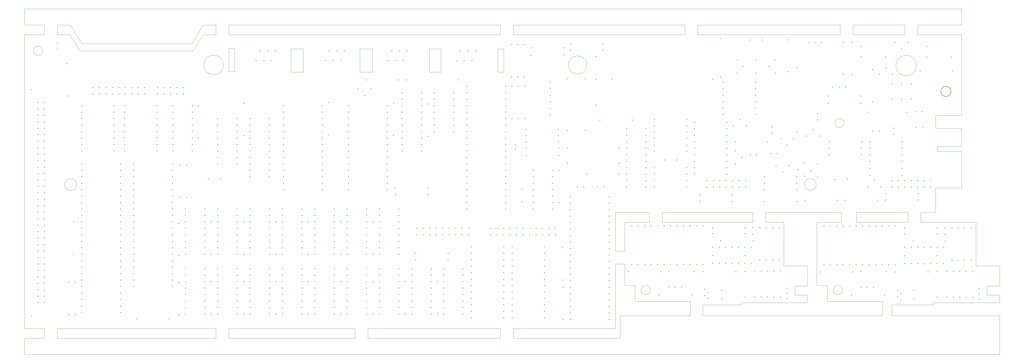
<source format=gko>
%TF.GenerationSoftware,KiCad,Pcbnew,8.0.6+1*%
%TF.CreationDate,2025-01-05T22:59:46+01:00*%
%TF.ProjectId,Issue_6,49737375-655f-4362-9e6b-696361645f70,0*%
%TF.SameCoordinates,Original*%
%TF.FileFunction,Profile,NP*%
%FSLAX46Y46*%
G04 Gerber Fmt 4.6, Leading zero omitted, Abs format (unit mm)*
G04 Created by KiCad (PCBNEW 8.0.6+1) date 2025-01-05 22:59:46*
%MOMM*%
%LPD*%
G01*
G04 APERTURE LIST*
%TA.AperFunction,Profile*%
%ADD10C,0.050000*%
%TD*%
%TA.AperFunction,Profile*%
%ADD11C,0.200000*%
%TD*%
%ADD12C,0.350000*%
G04 APERTURE END LIST*
D10*
X334391000Y-165227000D02*
X344043000Y-165227000D01*
X263017000Y-190119000D02*
X258953000Y-190119000D01*
X263017000Y-190119000D02*
X263017000Y-196342000D01*
X360172000Y-201930000D02*
X360172000Y-196342000D01*
X255270000Y-161290000D02*
X255270000Y-176530000D01*
X289560000Y-197739000D02*
X289560000Y-201930000D01*
X158115000Y-207010000D02*
X210185000Y-207010000D01*
X210185000Y-210820000D01*
X158115000Y-210820000D01*
X158115000Y-207010000D01*
X304800000Y-196850000D02*
X330708000Y-196850000D01*
X321437000Y-165227000D02*
X314325000Y-165227000D01*
X314325000Y-161290000D02*
X344043000Y-161290000D01*
X344442051Y-191897000D02*
G75*
G02*
X340849949Y-191897000I-1796051J0D01*
G01*
X340849949Y-191897000D02*
G75*
G02*
X344442051Y-191897000I1796051J0D01*
G01*
X373459093Y-103632000D02*
G75*
G02*
X365426907Y-103632000I-4016093J0D01*
G01*
X365426907Y-103632000D02*
G75*
G02*
X373459093Y-103632000I4016093J0D01*
G01*
X334137000Y-150368000D02*
G75*
G02*
X329565000Y-150368000I-2286000J0D01*
G01*
X329565000Y-150368000D02*
G75*
G02*
X334137000Y-150368000I2286000J0D01*
G01*
X127825500Y-97028000D02*
X132651500Y-97028000D01*
X132651500Y-106172000D01*
X127825500Y-106172000D01*
X127825500Y-97028000D01*
X255270000Y-207010000D02*
X255270000Y-181610000D01*
X258953000Y-165227000D02*
X268605000Y-165227000D01*
X325755000Y-193802000D02*
X325755000Y-190246000D01*
X257175000Y-201930000D02*
X284734000Y-201930000D01*
X338455000Y-190119000D02*
X334391000Y-190119000D01*
X268605000Y-165227000D02*
X268605000Y-161290000D01*
X314325000Y-165227000D02*
X314325000Y-161290000D01*
X154940000Y-97028000D02*
X159893000Y-97028000D01*
X159893000Y-106172000D01*
X154940000Y-106172000D01*
X154940000Y-97028000D01*
X243967000Y-103378000D02*
G75*
G02*
X236855000Y-103378000I-3556000J0D01*
G01*
X236855000Y-103378000D02*
G75*
G02*
X243967000Y-103378000I3556000J0D01*
G01*
X273685000Y-161290000D02*
X309245000Y-161290000D01*
X309245000Y-165227000D01*
X273685000Y-165227000D01*
X273685000Y-161290000D01*
X215265000Y-210820000D02*
X215265000Y-207010000D01*
X330708000Y-190246000D02*
X330708000Y-182372000D01*
X284734000Y-196342000D02*
X263017000Y-196342000D01*
X391160000Y-87630000D02*
X374015000Y-87630000D01*
X374015000Y-91440000D01*
X391160000Y-91440000D01*
X391160000Y-123190000D01*
X381000000Y-123190000D01*
X381000000Y-128270000D01*
X391160000Y-128270000D01*
X391160000Y-135509000D01*
X381635000Y-135509000D01*
X381635000Y-137287000D01*
X391160000Y-137287000D01*
X391160000Y-151765000D01*
X381000000Y-151765000D01*
X381000000Y-161290000D01*
X375158000Y-161290000D01*
X375158000Y-165227000D01*
X396875000Y-165227000D01*
X396875000Y-182372000D01*
X406146000Y-182372000D01*
X406146000Y-190246000D01*
X401193000Y-190246000D01*
X401193000Y-193802000D01*
X406146000Y-193802000D01*
X406146000Y-196850000D01*
X380238000Y-196850000D01*
X380238000Y-197739000D01*
X363855000Y-197739000D01*
X363855000Y-201930000D01*
X406146000Y-201930000D01*
X406146000Y-217170000D01*
X23241000Y-217170000D01*
X23241000Y-210820000D01*
X31115000Y-210820000D01*
X31115000Y-207010000D01*
X23241000Y-207010000D01*
X23241000Y-91440000D01*
X31115000Y-91440000D01*
X31115000Y-87630000D01*
X23241000Y-87630000D01*
X23241000Y-81280000D01*
X391160000Y-81280000D01*
X391160000Y-87630000D01*
X334391000Y-176530000D02*
X334391000Y-181610000D01*
X269004051Y-191897000D02*
G75*
G02*
X265411949Y-191897000I-1796051J0D01*
G01*
X265411949Y-191897000D02*
G75*
G02*
X269004051Y-191897000I1796051J0D01*
G01*
X258953000Y-181610000D02*
X255270000Y-181610000D01*
X344043000Y-165227000D02*
X344043000Y-161290000D01*
X284734000Y-196342000D02*
X284734000Y-201930000D01*
X360172000Y-196342000D02*
X338455000Y-196342000D01*
X289560000Y-201930000D02*
X360172000Y-201930000D01*
X215265000Y-87630000D02*
X282575000Y-87630000D01*
X282575000Y-91440000D01*
X215265000Y-91440000D01*
X215265000Y-87630000D01*
X348615000Y-87630000D02*
X368935000Y-87630000D01*
X368935000Y-91440000D01*
X348615000Y-91440000D01*
X348615000Y-87630000D01*
X330708000Y-182372000D02*
X321437000Y-182372000D01*
X103505000Y-96901000D02*
X105791000Y-96901000D01*
X105791000Y-106045000D01*
X103505000Y-106045000D01*
X103505000Y-96901000D01*
X338455000Y-190119000D02*
X338455000Y-196342000D01*
X209169000Y-97028000D02*
X211455000Y-97028000D01*
X211455000Y-106172000D01*
X209169000Y-106172000D01*
X209169000Y-97028000D01*
X289560000Y-197739000D02*
X304800000Y-197739000D01*
X304800000Y-197739000D02*
X304800000Y-196850000D01*
X268605000Y-161290000D02*
X255270000Y-161290000D01*
X349885000Y-161290000D02*
X370205000Y-161290000D01*
X370205000Y-165227000D01*
X349885000Y-165227000D01*
X349885000Y-161290000D01*
X287655000Y-87630000D02*
X343535000Y-87630000D01*
X343535000Y-91440000D01*
X287655000Y-91440000D01*
X287655000Y-87630000D01*
X36195000Y-207010000D02*
X98425000Y-207010000D01*
X98425000Y-210820000D01*
X36195000Y-210820000D01*
X36195000Y-207010000D01*
X334391000Y-176530000D02*
X334391000Y-165227000D01*
X258953000Y-181610000D02*
X258953000Y-190119000D01*
X255270000Y-176530000D02*
X258953000Y-176530000D01*
X257175000Y-201930000D02*
X257175000Y-210820000D01*
X182245000Y-97028000D02*
X186817000Y-97028000D01*
X186817000Y-106172000D01*
X182245000Y-106172000D01*
X182245000Y-97028000D01*
X101346000Y-103378000D02*
G75*
G02*
X93726000Y-103378000I-3810000J0D01*
G01*
X93726000Y-103378000D02*
G75*
G02*
X101346000Y-103378000I3810000J0D01*
G01*
X215265000Y-207010000D02*
X255270000Y-207010000D01*
X321437000Y-182372000D02*
X321437000Y-165227000D01*
X257175000Y-210820000D02*
X215265000Y-210820000D01*
X330708000Y-196850000D02*
X330708000Y-193802000D01*
X45847000Y-94996000D02*
X89027000Y-94996000D01*
X93345000Y-87630000D01*
X98425000Y-87630000D01*
X98425000Y-91440000D01*
X93345000Y-91440000D01*
X89535000Y-97790000D01*
X45085000Y-97790000D01*
X41021000Y-91440000D01*
X36195000Y-91440000D01*
X36195000Y-87630000D01*
X41275000Y-87630000D01*
X45847000Y-94996000D01*
X43736867Y-150495000D02*
G75*
G02*
X39067133Y-150495000I-2334867J0D01*
G01*
X39067133Y-150495000D02*
G75*
G02*
X43736867Y-150495000I2334867J0D01*
G01*
X345059000Y-126238000D02*
G75*
G02*
X341503000Y-126238000I-1778000J0D01*
G01*
X341503000Y-126238000D02*
G75*
G02*
X345059000Y-126238000I1778000J0D01*
G01*
X103505000Y-87630000D02*
X210185000Y-87630000D01*
X210185000Y-91440000D01*
X103505000Y-91440000D01*
X103505000Y-87630000D01*
X325755000Y-190246000D02*
X330708000Y-190246000D01*
X30371051Y-97790000D02*
G75*
G02*
X26778949Y-97790000I-1796051J0D01*
G01*
X26778949Y-97790000D02*
G75*
G02*
X30371051Y-97790000I1796051J0D01*
G01*
X258953000Y-176530000D02*
X258953000Y-165227000D01*
X103505000Y-207010000D02*
X153035000Y-207010000D01*
X153035000Y-210820000D01*
X103505000Y-210820000D01*
X103505000Y-207010000D01*
X334391000Y-181610000D02*
X334391000Y-190119000D01*
X330708000Y-193802000D02*
X325755000Y-193802000D01*
D11*
%TO.C,S3*%
X387064000Y-113792000D02*
G75*
G02*
X383064000Y-113792000I-2000000J0D01*
G01*
X383064000Y-113792000D02*
G75*
G02*
X387064000Y-113792000I2000000J0D01*
G01*
%TD*%
D12*
X276225000Y-190683000D03*
X278765000Y-190683000D03*
X281305000Y-190683000D03*
X58420000Y-137160000D03*
X45720000Y-137160000D03*
X358902000Y-129286000D03*
X356402000Y-129286000D03*
X297585000Y-115310000D03*
X310285000Y-115310000D03*
X211455000Y-185039000D03*
X198755000Y-185039000D03*
X377571000Y-96092000D03*
X377571000Y-100283000D03*
X387223000Y-100283000D03*
X283337000Y-137414000D03*
X270637000Y-137414000D03*
X347980000Y-193929000D03*
X360934000Y-193929000D03*
X227457000Y-182499000D03*
X214757000Y-182499000D03*
X368935000Y-175006000D03*
X371475000Y-175006000D03*
X374015000Y-175006000D03*
X376555000Y-175006000D03*
X379095000Y-175006000D03*
X381635000Y-175006000D03*
X384175000Y-175006000D03*
X244094000Y-146304000D03*
X256794000Y-146304000D03*
X233045000Y-138938000D03*
X220345000Y-138938000D03*
X227457000Y-195199000D03*
X214757000Y-195199000D03*
X398145000Y-191453000D03*
X398145000Y-193453000D03*
X398145000Y-195453000D03*
X227457000Y-185039000D03*
X214757000Y-185039000D03*
X137287000Y-160020000D03*
X137287000Y-162560000D03*
X137287000Y-165100000D03*
X137287000Y-167640000D03*
X137287000Y-170180000D03*
X137287000Y-172720000D03*
X137287000Y-175260000D03*
X137287000Y-177800000D03*
X144907000Y-177800000D03*
X144907000Y-175260000D03*
X144907000Y-172720000D03*
X144907000Y-170180000D03*
X144907000Y-167640000D03*
X144907000Y-165100000D03*
X144907000Y-162560000D03*
X144907000Y-160020000D03*
X235077000Y-96647000D03*
X222377000Y-96647000D03*
X373166000Y-121793000D03*
X375666000Y-121793000D03*
X75311000Y-134620000D03*
X62611000Y-134620000D03*
X306197000Y-167386000D03*
X293497000Y-167386000D03*
X147447000Y-201295000D03*
X147447000Y-188595000D03*
X290449000Y-191516000D03*
X290449000Y-191516000D03*
X291719000Y-192786000D03*
X291719000Y-192786000D03*
X290449000Y-194056000D03*
X290449000Y-194056000D03*
X291719000Y-195199000D03*
X291719000Y-195199000D03*
X355219000Y-141224000D03*
X367919000Y-141224000D03*
X286385000Y-143764000D03*
X299085000Y-143764000D03*
X234950000Y-99568000D03*
X222250000Y-99568000D03*
X319659000Y-180086000D03*
X319659000Y-167386000D03*
X329565000Y-147066000D03*
X327025000Y-144526000D03*
X329565000Y-141986000D03*
X297585000Y-120390000D03*
X310285000Y-120390000D03*
X220218000Y-128651000D03*
X232918000Y-128651000D03*
X227457000Y-197739000D03*
X214757000Y-197739000D03*
X175387000Y-183515000D03*
X175387000Y-186055000D03*
X175387000Y-188595000D03*
X175387000Y-191135000D03*
X175387000Y-193675000D03*
X175387000Y-196215000D03*
X175387000Y-198755000D03*
X175387000Y-201295000D03*
X183007000Y-201295000D03*
X183007000Y-198755000D03*
X183007000Y-196215000D03*
X183007000Y-193675000D03*
X183007000Y-191135000D03*
X183007000Y-188595000D03*
X183007000Y-186055000D03*
X183007000Y-183515000D03*
X217170000Y-124460000D03*
X217170000Y-111760000D03*
X326517000Y-152400000D03*
X313817000Y-152400000D03*
X313817000Y-149860000D03*
X326517000Y-149860000D03*
X315087000Y-133705600D03*
X302387000Y-133705600D03*
X137287000Y-183515000D03*
X137287000Y-186055000D03*
X137287000Y-188595000D03*
X137287000Y-191135000D03*
X137287000Y-193675000D03*
X137287000Y-196215000D03*
X137287000Y-198755000D03*
X137287000Y-201295000D03*
X144907000Y-201295000D03*
X144907000Y-198755000D03*
X144907000Y-196215000D03*
X144907000Y-193675000D03*
X144907000Y-191135000D03*
X144907000Y-188595000D03*
X144907000Y-186055000D03*
X144907000Y-183515000D03*
X96647000Y-201295000D03*
X96647000Y-188595000D03*
X395097000Y-180213000D03*
X395097000Y-167513000D03*
X288417000Y-156972000D03*
X301117000Y-156972000D03*
X326567800Y-104444800D03*
X326567800Y-129844800D03*
X172847000Y-201295000D03*
X172847000Y-188595000D03*
X192913000Y-101600000D03*
X194437000Y-97790000D03*
X195961000Y-101600000D03*
X197485000Y-97790000D03*
X199009000Y-101600000D03*
X200533000Y-97790000D03*
X309245000Y-167335200D03*
X309245000Y-169875200D03*
X40005000Y-115570000D03*
X40005000Y-102870000D03*
X306197000Y-184650000D03*
X306197000Y-194810000D03*
X370205000Y-94488000D03*
X367665000Y-97028000D03*
X365125000Y-94488000D03*
X181610000Y-118745000D03*
X181610000Y-131445000D03*
X219583000Y-95377000D03*
X219583000Y-108077000D03*
X291211000Y-148844000D03*
X293751000Y-148844000D03*
X296291000Y-148844000D03*
X298831000Y-148844000D03*
X301371000Y-148844000D03*
X303911000Y-148844000D03*
X306451000Y-148844000D03*
X291211000Y-151384000D03*
X293751000Y-151384000D03*
X296291000Y-151384000D03*
X298831000Y-151384000D03*
X301371000Y-151384000D03*
X303911000Y-151384000D03*
X306451000Y-151384000D03*
X211455000Y-182499000D03*
X198755000Y-182499000D03*
X308269000Y-138684000D03*
X310769000Y-138684000D03*
X85725000Y-114845000D03*
X85725000Y-112305000D03*
X83185000Y-114845000D03*
X83185000Y-112305000D03*
X80645000Y-114845000D03*
X80645000Y-112305000D03*
X78105000Y-114845000D03*
X78105000Y-112305000D03*
X75565000Y-114845000D03*
X75565000Y-112305000D03*
X70485000Y-114845000D03*
X70485000Y-112305000D03*
X67945000Y-114845000D03*
X67945000Y-112305000D03*
X65405000Y-114845000D03*
X65405000Y-112305000D03*
X62865000Y-114845000D03*
X62865000Y-112305000D03*
X60325000Y-114845000D03*
X60325000Y-112305000D03*
X57785000Y-114845000D03*
X57785000Y-112305000D03*
X55245000Y-114845000D03*
X55245000Y-112305000D03*
X52705000Y-114845000D03*
X52705000Y-112305000D03*
X50165000Y-114845000D03*
X50165000Y-112305000D03*
X312039000Y-180086000D03*
X312039000Y-167386000D03*
X75184000Y-129540000D03*
X62484000Y-129540000D03*
X368935000Y-169799000D03*
X381635000Y-169799000D03*
X286385000Y-138684000D03*
X299085000Y-138684000D03*
X214757000Y-179959000D03*
X227457000Y-179959000D03*
X270637000Y-124714000D03*
X283337000Y-124714000D03*
X334645000Y-147574000D03*
X332105000Y-145034000D03*
X334645000Y-142494000D03*
X45720000Y-142240000D03*
X45720000Y-144780000D03*
X45720000Y-147320000D03*
X45720000Y-149860000D03*
X45720000Y-152400000D03*
X45720000Y-154940000D03*
X45720000Y-157480000D03*
X45720000Y-160020000D03*
X45720000Y-162560000D03*
X45720000Y-165100000D03*
X45720000Y-167640000D03*
X45720000Y-170180000D03*
X45720000Y-172720000D03*
X45720000Y-175260000D03*
X45720000Y-177800000D03*
X45720000Y-180340000D03*
X45720000Y-182880000D03*
X45720000Y-185420000D03*
X45720000Y-187960000D03*
X45720000Y-190500000D03*
X45720000Y-193040000D03*
X45720000Y-195580000D03*
X45720000Y-198120000D03*
X45720000Y-200660000D03*
X60960000Y-200660000D03*
X60960000Y-198120000D03*
X60960000Y-195580000D03*
X60960000Y-193040000D03*
X60960000Y-190500000D03*
X60960000Y-187960000D03*
X60960000Y-185420000D03*
X60960000Y-182880000D03*
X60960000Y-180340000D03*
X60960000Y-177800000D03*
X60960000Y-175260000D03*
X60960000Y-172720000D03*
X60960000Y-170180000D03*
X60960000Y-167640000D03*
X60960000Y-165100000D03*
X60960000Y-162560000D03*
X60960000Y-160020000D03*
X60960000Y-157480000D03*
X60960000Y-154940000D03*
X60960000Y-152400000D03*
X60960000Y-149860000D03*
X60960000Y-147320000D03*
X60960000Y-144780000D03*
X60960000Y-142240000D03*
X361442000Y-153924000D03*
X374142000Y-153924000D03*
X259715000Y-128524000D03*
X259715000Y-131064000D03*
X259715000Y-133604000D03*
X259715000Y-136144000D03*
X259715000Y-138684000D03*
X259715000Y-141224000D03*
X259715000Y-143764000D03*
X259715000Y-146304000D03*
X259715000Y-148844000D03*
X259715000Y-151384000D03*
X267335000Y-151384000D03*
X267335000Y-148844000D03*
X267335000Y-146304000D03*
X267335000Y-143764000D03*
X267335000Y-141224000D03*
X267335000Y-138684000D03*
X267335000Y-136144000D03*
X267335000Y-133604000D03*
X267335000Y-131064000D03*
X267335000Y-128524000D03*
X185420000Y-201295000D03*
X185420000Y-188595000D03*
X141351000Y-101600000D03*
X142875000Y-97790000D03*
X144399000Y-101600000D03*
X145923000Y-97790000D03*
X147447000Y-101600000D03*
X148971000Y-97790000D03*
X302641000Y-184658000D03*
X289687000Y-184658000D03*
X270637000Y-143764000D03*
X283337000Y-143764000D03*
X364490000Y-128207888D03*
X364490000Y-130707888D03*
X227457000Y-202819000D03*
X214757000Y-202819000D03*
X306197000Y-178308000D03*
X293497000Y-178308000D03*
X345567000Y-156591000D03*
X358267000Y-156591000D03*
X237744000Y-94996000D03*
X250444000Y-94996000D03*
X227457000Y-190119000D03*
X214757000Y-190119000D03*
X297585000Y-117850000D03*
X310285000Y-117850000D03*
X142621000Y-118110000D03*
X142621000Y-130810000D03*
X216027000Y-136398000D03*
X216027000Y-134698000D03*
X369697000Y-121920000D03*
X354697000Y-121920000D03*
X355219000Y-144018000D03*
X367919000Y-144018000D03*
X75184000Y-131953000D03*
X62484000Y-131953000D03*
X270637000Y-129674000D03*
X283337000Y-129674000D03*
X261874000Y-125095000D03*
X249174000Y-125095000D03*
X315087000Y-184404000D03*
X315087000Y-194564000D03*
X368935000Y-181483000D03*
X371475000Y-181483000D03*
X374015000Y-181483000D03*
X376555000Y-181483000D03*
X379095000Y-181483000D03*
X381635000Y-181483000D03*
X384175000Y-181483000D03*
X387731000Y-105664000D03*
X375031000Y-105664000D03*
X323215000Y-106045000D03*
X323215000Y-93472000D03*
X220218000Y-131191000D03*
X232918000Y-131191000D03*
X160147000Y-177800000D03*
X160147000Y-165100000D03*
X217043000Y-108077000D03*
X217043000Y-95377000D03*
X184150000Y-114300000D03*
X184150000Y-116840000D03*
X184150000Y-119380000D03*
X184150000Y-121920000D03*
X184150000Y-124460000D03*
X184150000Y-127000000D03*
X184150000Y-129540000D03*
X191770000Y-129540000D03*
X191770000Y-127000000D03*
X191770000Y-124460000D03*
X191770000Y-121920000D03*
X191770000Y-119380000D03*
X191770000Y-116840000D03*
X191770000Y-114300000D03*
X339217000Y-136144000D03*
X351917000Y-136144000D03*
X124968000Y-119380000D03*
X124968000Y-121920000D03*
X124968000Y-124460000D03*
X124968000Y-127000000D03*
X124968000Y-129540000D03*
X124968000Y-132080000D03*
X124968000Y-134620000D03*
X124968000Y-137160000D03*
X124968000Y-139700000D03*
X124968000Y-142240000D03*
X124968000Y-144780000D03*
X124968000Y-147320000D03*
X124968000Y-149860000D03*
X124968000Y-152400000D03*
X140208000Y-152400000D03*
X140208000Y-149860000D03*
X140208000Y-147320000D03*
X140208000Y-144780000D03*
X140208000Y-142240000D03*
X140208000Y-139700000D03*
X140208000Y-137160000D03*
X140208000Y-134620000D03*
X140208000Y-132080000D03*
X140208000Y-129540000D03*
X140208000Y-127000000D03*
X140208000Y-124460000D03*
X140208000Y-121920000D03*
X140208000Y-119380000D03*
X99187000Y-183515000D03*
X99187000Y-186055000D03*
X99187000Y-188595000D03*
X99187000Y-191135000D03*
X99187000Y-193675000D03*
X99187000Y-196215000D03*
X99187000Y-198755000D03*
X99187000Y-201295000D03*
X106807000Y-201295000D03*
X106807000Y-198755000D03*
X106807000Y-196215000D03*
X106807000Y-193675000D03*
X106807000Y-191135000D03*
X106807000Y-188595000D03*
X106807000Y-186055000D03*
X106807000Y-183515000D03*
X270637000Y-132214000D03*
X283337000Y-132214000D03*
X385445000Y-194691000D03*
X385445000Y-184531000D03*
X338963000Y-115570000D03*
X351663000Y-115570000D03*
X326517000Y-147320000D03*
X313817000Y-147320000D03*
X198755000Y-190119000D03*
X211455000Y-190119000D03*
X75311000Y-127000000D03*
X62611000Y-127000000D03*
X111887000Y-160020000D03*
X111887000Y-162560000D03*
X111887000Y-165100000D03*
X111887000Y-167640000D03*
X111887000Y-170180000D03*
X111887000Y-172720000D03*
X111887000Y-175260000D03*
X111887000Y-177800000D03*
X119507000Y-177800000D03*
X119507000Y-175260000D03*
X119507000Y-172720000D03*
X119507000Y-170180000D03*
X119507000Y-167640000D03*
X119507000Y-165100000D03*
X119507000Y-162560000D03*
X119507000Y-160020000D03*
X286385000Y-131064000D03*
X299085000Y-131064000D03*
X345821000Y-112014000D03*
X343281000Y-112014000D03*
X340741000Y-112014000D03*
X320167000Y-194564000D03*
X320167000Y-184404000D03*
X293497000Y-175006000D03*
X296037000Y-175006000D03*
X298577000Y-175006000D03*
X301117000Y-175006000D03*
X303657000Y-175006000D03*
X306197000Y-175006000D03*
X308737000Y-175006000D03*
X114173000Y-101600000D03*
X115697000Y-97790000D03*
X117221000Y-101600000D03*
X118745000Y-97790000D03*
X120269000Y-101600000D03*
X121793000Y-97790000D03*
X310261000Y-112770000D03*
X297561000Y-112770000D03*
X283337000Y-151384000D03*
X270637000Y-151384000D03*
X351703000Y-96092000D03*
X351703000Y-100283000D03*
X361355000Y-100283000D03*
X234442000Y-175260000D03*
X234442000Y-187960000D03*
X395605000Y-194691000D03*
X395605000Y-184531000D03*
X314579000Y-180086000D03*
X314579000Y-167386000D03*
X297053000Y-192024000D03*
X297053000Y-195326000D03*
X36195000Y-97155000D03*
X36195000Y-94615000D03*
X211455000Y-177419000D03*
X198755000Y-177419000D03*
X198755000Y-195199000D03*
X211455000Y-195199000D03*
X58420000Y-132080000D03*
X45720000Y-132080000D03*
X176911000Y-177419000D03*
X189611000Y-177419000D03*
X299085000Y-136144000D03*
X286385000Y-136144000D03*
X240411000Y-151384000D03*
X242951000Y-151384000D03*
X223012000Y-144780000D03*
X223012000Y-147320000D03*
X223012000Y-149860000D03*
X223012000Y-152400000D03*
X223012000Y-154940000D03*
X223012000Y-157480000D03*
X223012000Y-160020000D03*
X230632000Y-160020000D03*
X230632000Y-157480000D03*
X230632000Y-154940000D03*
X230632000Y-152400000D03*
X230632000Y-149860000D03*
X230632000Y-147320000D03*
X230632000Y-144780000D03*
X381635000Y-167513000D03*
X368935000Y-167513000D03*
X81534000Y-119380000D03*
X81534000Y-121920000D03*
X81534000Y-124460000D03*
X81534000Y-127000000D03*
X81534000Y-129540000D03*
X81534000Y-132080000D03*
X81534000Y-134620000D03*
X81534000Y-137160000D03*
X89154000Y-137160000D03*
X89154000Y-134620000D03*
X89154000Y-132080000D03*
X89154000Y-129540000D03*
X89154000Y-127000000D03*
X89154000Y-124460000D03*
X89154000Y-121920000D03*
X89154000Y-119380000D03*
X337185000Y-181991000D03*
X339725000Y-181991000D03*
X342265000Y-181991000D03*
X344805000Y-181991000D03*
X347345000Y-181991000D03*
X349885000Y-181991000D03*
X352425000Y-181991000D03*
X354965000Y-181991000D03*
X357505000Y-181991000D03*
X360045000Y-181991000D03*
X362585000Y-181991000D03*
X365125000Y-181991000D03*
X365125000Y-166751000D03*
X362585000Y-166751000D03*
X360045000Y-166751000D03*
X357505000Y-166751000D03*
X354965000Y-166751000D03*
X352425000Y-166751000D03*
X349885000Y-166751000D03*
X347345000Y-166751000D03*
X344805000Y-166751000D03*
X342265000Y-166751000D03*
X339725000Y-166751000D03*
X337185000Y-166751000D03*
X313055000Y-93585000D03*
X308055000Y-93585000D03*
X303102000Y-101459000D03*
X310595000Y-101459000D03*
X317961000Y-101459000D03*
X305388000Y-103999000D03*
X315548000Y-103999000D03*
X303055000Y-106666000D03*
X318055000Y-106666000D03*
X310555000Y-106666000D03*
X354457000Y-151384000D03*
X356997000Y-148844000D03*
X359537000Y-151384000D03*
X355219000Y-133604000D03*
X367919000Y-133604000D03*
X335915000Y-184785000D03*
X348615000Y-184785000D03*
X162687000Y-160020000D03*
X162687000Y-162560000D03*
X162687000Y-165100000D03*
X162687000Y-167640000D03*
X162687000Y-170180000D03*
X162687000Y-172720000D03*
X162687000Y-175260000D03*
X162687000Y-177800000D03*
X170307000Y-177800000D03*
X170307000Y-175260000D03*
X170307000Y-172720000D03*
X170307000Y-170180000D03*
X170307000Y-167640000D03*
X170307000Y-165100000D03*
X170307000Y-162560000D03*
X170307000Y-160020000D03*
X170180000Y-109220000D03*
X157480000Y-109220000D03*
X336169000Y-94570000D03*
X333629000Y-94570000D03*
X331089000Y-94570000D03*
X147447000Y-177800000D03*
X147447000Y-165100000D03*
X338963000Y-118364000D03*
X351663000Y-118364000D03*
X309372000Y-172466000D03*
X296672000Y-172466000D03*
X322707000Y-191262000D03*
X322707000Y-193262000D03*
X322707000Y-195262000D03*
X220218000Y-133731000D03*
X232918000Y-133731000D03*
X373420000Y-127889000D03*
X375920000Y-127889000D03*
X351663000Y-190810000D03*
X354203000Y-190810000D03*
X356743000Y-190810000D03*
X149987000Y-160020000D03*
X149987000Y-162560000D03*
X149987000Y-165100000D03*
X149987000Y-167640000D03*
X149987000Y-170180000D03*
X149987000Y-172720000D03*
X149987000Y-175260000D03*
X149987000Y-177800000D03*
X157607000Y-177800000D03*
X157607000Y-175260000D03*
X157607000Y-172720000D03*
X157607000Y-170180000D03*
X157607000Y-167640000D03*
X157607000Y-165100000D03*
X157607000Y-162560000D03*
X157607000Y-160020000D03*
X86487000Y-183515000D03*
X86487000Y-186055000D03*
X86487000Y-188595000D03*
X86487000Y-191135000D03*
X86487000Y-193675000D03*
X86487000Y-196215000D03*
X86487000Y-198755000D03*
X86487000Y-201295000D03*
X94107000Y-201295000D03*
X94107000Y-198755000D03*
X94107000Y-196215000D03*
X94107000Y-193675000D03*
X94107000Y-191135000D03*
X94107000Y-188595000D03*
X94107000Y-186055000D03*
X94107000Y-183515000D03*
X243459000Y-129159000D03*
X243459000Y-108839000D03*
X261747000Y-181864000D03*
X264287000Y-181864000D03*
X266827000Y-181864000D03*
X269367000Y-181864000D03*
X271907000Y-181864000D03*
X274447000Y-181864000D03*
X276987000Y-181864000D03*
X279527000Y-181864000D03*
X282067000Y-181864000D03*
X284607000Y-181864000D03*
X287147000Y-181864000D03*
X289687000Y-181864000D03*
X289687000Y-166624000D03*
X287147000Y-166624000D03*
X284607000Y-166624000D03*
X282067000Y-166624000D03*
X279527000Y-166624000D03*
X276987000Y-166624000D03*
X274447000Y-166624000D03*
X271907000Y-166624000D03*
X269367000Y-166624000D03*
X266827000Y-166624000D03*
X264287000Y-166624000D03*
X261747000Y-166624000D03*
X288417000Y-154432000D03*
X301117000Y-154432000D03*
X75311000Y-121920000D03*
X62611000Y-121920000D03*
X310007000Y-194564000D03*
X310007000Y-184404000D03*
X286385000Y-133604000D03*
X299085000Y-133604000D03*
X214503000Y-108077000D03*
X214503000Y-95377000D03*
X293497000Y-169672000D03*
X306197000Y-169672000D03*
X341503000Y-148336000D03*
X346503000Y-148336000D03*
X256717800Y-141986000D03*
X236397800Y-141986000D03*
X297585000Y-122930000D03*
X310285000Y-122930000D03*
X270637000Y-134874000D03*
X283337000Y-134874000D03*
X160147000Y-201295000D03*
X160147000Y-188595000D03*
X325247000Y-132334000D03*
X322707000Y-134874000D03*
X320167000Y-132334000D03*
X214757000Y-177419000D03*
X227457000Y-177419000D03*
X384683000Y-167487600D03*
X384683000Y-170027600D03*
X286385000Y-141224000D03*
X299085000Y-141224000D03*
X196977000Y-111760000D03*
X196977000Y-114300000D03*
X196977000Y-116840000D03*
X196977000Y-119380000D03*
X196977000Y-121920000D03*
X196977000Y-124460000D03*
X196977000Y-127000000D03*
X196977000Y-129540000D03*
X196977000Y-132080000D03*
X196977000Y-134620000D03*
X196977000Y-137160000D03*
X196977000Y-139700000D03*
X196977000Y-142240000D03*
X196977000Y-144780000D03*
X196977000Y-147320000D03*
X196977000Y-149860000D03*
X196977000Y-152400000D03*
X196977000Y-154940000D03*
X196977000Y-157480000D03*
X196977000Y-160020000D03*
X212217000Y-160020000D03*
X212217000Y-157480000D03*
X212217000Y-154940000D03*
X212217000Y-152400000D03*
X212217000Y-149860000D03*
X212217000Y-147320000D03*
X212217000Y-144780000D03*
X212217000Y-142240000D03*
X212217000Y-139700000D03*
X212217000Y-137160000D03*
X212217000Y-134620000D03*
X212217000Y-132080000D03*
X212217000Y-129540000D03*
X212217000Y-127000000D03*
X212217000Y-124460000D03*
X212217000Y-121920000D03*
X212217000Y-119380000D03*
X212217000Y-116840000D03*
X212217000Y-114300000D03*
X212217000Y-111760000D03*
X302387000Y-137160000D03*
X304927000Y-139700000D03*
X302387000Y-142240000D03*
X270637000Y-148844000D03*
X283337000Y-148844000D03*
X250698000Y-151257000D03*
X248158000Y-151257000D03*
X272479888Y-193802000D03*
X285433888Y-193802000D03*
X214757000Y-174879000D03*
X227457000Y-174879000D03*
X181610000Y-151765000D03*
X168910000Y-151765000D03*
X219710000Y-124460000D03*
X219710000Y-111760000D03*
X181610000Y-154305000D03*
X168910000Y-154305000D03*
X279527000Y-140716000D03*
X274647000Y-140716000D03*
X122047000Y-177800000D03*
X122047000Y-165100000D03*
X384810000Y-172593000D03*
X372110000Y-172593000D03*
X177292000Y-170120000D03*
X177292000Y-167580000D03*
X179832000Y-170120000D03*
X179832000Y-167580000D03*
X182372000Y-170120000D03*
X182372000Y-167580000D03*
X184912000Y-170120000D03*
X184912000Y-167580000D03*
X187452000Y-170120000D03*
X187452000Y-167580000D03*
X189992000Y-170120000D03*
X189992000Y-167580000D03*
X192532000Y-170120000D03*
X192532000Y-167580000D03*
X195072000Y-170120000D03*
X195072000Y-167580000D03*
X197612000Y-170120000D03*
X197612000Y-167580000D03*
X313817000Y-157099000D03*
X326517000Y-157099000D03*
X361696000Y-184531000D03*
X351696000Y-184531000D03*
X286225000Y-184404000D03*
X276225000Y-184404000D03*
X109347000Y-201295000D03*
X109347000Y-188595000D03*
X381635000Y-178435000D03*
X368935000Y-178435000D03*
X198755000Y-202819000D03*
X211455000Y-202819000D03*
X260477000Y-184658000D03*
X273177000Y-184658000D03*
X176911000Y-179959000D03*
X189611000Y-179959000D03*
X214630000Y-111760000D03*
X214630000Y-124460000D03*
X165989000Y-101600000D03*
X167513000Y-97790000D03*
X169037000Y-101600000D03*
X170561000Y-97790000D03*
X172085000Y-101600000D03*
X173609000Y-97790000D03*
X124587000Y-160020000D03*
X124587000Y-162560000D03*
X124587000Y-165100000D03*
X124587000Y-167640000D03*
X124587000Y-170180000D03*
X124587000Y-172720000D03*
X124587000Y-175260000D03*
X124587000Y-177800000D03*
X132207000Y-177800000D03*
X132207000Y-175260000D03*
X132207000Y-172720000D03*
X132207000Y-170180000D03*
X132207000Y-167640000D03*
X132207000Y-165100000D03*
X132207000Y-162560000D03*
X132207000Y-160020000D03*
X387985000Y-194691000D03*
X387985000Y-184531000D03*
X351917000Y-138684000D03*
X339217000Y-138684000D03*
X111887000Y-183515000D03*
X111887000Y-186055000D03*
X111887000Y-188595000D03*
X111887000Y-191135000D03*
X111887000Y-193675000D03*
X111887000Y-196215000D03*
X111887000Y-198755000D03*
X111887000Y-201295000D03*
X119507000Y-201295000D03*
X119507000Y-198755000D03*
X119507000Y-196215000D03*
X119507000Y-193675000D03*
X119507000Y-191135000D03*
X119507000Y-188595000D03*
X119507000Y-186055000D03*
X119507000Y-183515000D03*
X86487000Y-160020000D03*
X86487000Y-162560000D03*
X86487000Y-165100000D03*
X86487000Y-167640000D03*
X86487000Y-170180000D03*
X86487000Y-172720000D03*
X86487000Y-175260000D03*
X86487000Y-177800000D03*
X94107000Y-177800000D03*
X94107000Y-175260000D03*
X94107000Y-172720000D03*
X94107000Y-170180000D03*
X94107000Y-167640000D03*
X94107000Y-165100000D03*
X94107000Y-162560000D03*
X94107000Y-160020000D03*
X229743000Y-112522000D03*
X229743000Y-109982000D03*
X198755000Y-192659000D03*
X211455000Y-192659000D03*
X387477000Y-180213000D03*
X387477000Y-167513000D03*
X299085000Y-146354800D03*
X286385000Y-146354800D03*
X323469000Y-143002000D03*
X320929000Y-145542000D03*
X318389000Y-143002000D03*
X26035000Y-201940000D03*
X26035000Y-113040000D03*
X28575000Y-196850000D03*
X28575000Y-194310000D03*
X28575000Y-191770000D03*
X28575000Y-189230000D03*
X28575000Y-186690000D03*
X28575000Y-184150000D03*
X28575000Y-181610000D03*
X28575000Y-179070000D03*
X28575000Y-176530000D03*
X28575000Y-173990000D03*
X28575000Y-171450000D03*
X28575000Y-168910000D03*
X28575000Y-166370000D03*
X28575000Y-163830000D03*
X28575000Y-161290000D03*
X28575000Y-158750000D03*
X28575000Y-156210000D03*
X28575000Y-153670000D03*
X28575000Y-151130000D03*
X28575000Y-148590000D03*
X28575000Y-146050000D03*
X28575000Y-143510000D03*
X28575000Y-140970000D03*
X28575000Y-138430000D03*
X28575000Y-135890000D03*
X28575000Y-133350000D03*
X28575000Y-130810000D03*
X28575000Y-128270000D03*
X28575000Y-125730000D03*
X28575000Y-123190000D03*
X28575000Y-120650000D03*
X28575000Y-118110000D03*
X31115000Y-196850000D03*
X31115000Y-194310000D03*
X31115000Y-191770000D03*
X31115000Y-189230000D03*
X31115000Y-186690000D03*
X31115000Y-184150000D03*
X31115000Y-181610000D03*
X31115000Y-179070000D03*
X31115000Y-176530000D03*
X31115000Y-173990000D03*
X31115000Y-171450000D03*
X31115000Y-168910000D03*
X31115000Y-166370000D03*
X31115000Y-163830000D03*
X31115000Y-161290000D03*
X31115000Y-158750000D03*
X31115000Y-156210000D03*
X31115000Y-153670000D03*
X31115000Y-151130000D03*
X31115000Y-148590000D03*
X31115000Y-146050000D03*
X31115000Y-143510000D03*
X31115000Y-140970000D03*
X31115000Y-138430000D03*
X31115000Y-135890000D03*
X31115000Y-133350000D03*
X31115000Y-130810000D03*
X31115000Y-128270000D03*
X31115000Y-125730000D03*
X31115000Y-123190000D03*
X31115000Y-120650000D03*
X31115000Y-118110000D03*
X83820000Y-178435000D03*
X83820000Y-165735000D03*
X198755000Y-197739000D03*
X211455000Y-197739000D03*
X124587000Y-183515000D03*
X124587000Y-186055000D03*
X124587000Y-188595000D03*
X124587000Y-191135000D03*
X124587000Y-193675000D03*
X124587000Y-196215000D03*
X124587000Y-198755000D03*
X124587000Y-201295000D03*
X132207000Y-201295000D03*
X132207000Y-198755000D03*
X132207000Y-196215000D03*
X132207000Y-193675000D03*
X132207000Y-191135000D03*
X132207000Y-188595000D03*
X132207000Y-186055000D03*
X132207000Y-183515000D03*
X227457000Y-192659000D03*
X214757000Y-192659000D03*
X233045000Y-136144000D03*
X220345000Y-136144000D03*
X299085000Y-128524000D03*
X286385000Y-128524000D03*
X312547000Y-194564000D03*
X312547000Y-184404000D03*
X378079000Y-184785000D03*
X365125000Y-184785000D03*
X75311000Y-137160000D03*
X62611000Y-137160000D03*
X40640000Y-188849000D03*
X40640000Y-201549000D03*
X45720000Y-134620000D03*
X58420000Y-134620000D03*
X58420000Y-124460000D03*
X45720000Y-124460000D03*
X392303000Y-180213000D03*
X392303000Y-167513000D03*
X109347000Y-118491000D03*
X109347000Y-131191000D03*
X150495000Y-119380000D03*
X150495000Y-121920000D03*
X150495000Y-124460000D03*
X150495000Y-127000000D03*
X150495000Y-129540000D03*
X150495000Y-132080000D03*
X150495000Y-134620000D03*
X150495000Y-137160000D03*
X150495000Y-139700000D03*
X150495000Y-142240000D03*
X150495000Y-144780000D03*
X150495000Y-147320000D03*
X150495000Y-149860000D03*
X150495000Y-152400000D03*
X165735000Y-152400000D03*
X165735000Y-149860000D03*
X165735000Y-147320000D03*
X165735000Y-144780000D03*
X165735000Y-142240000D03*
X165735000Y-139700000D03*
X165735000Y-137160000D03*
X165735000Y-134620000D03*
X165735000Y-132080000D03*
X165735000Y-129540000D03*
X165735000Y-127000000D03*
X165735000Y-124460000D03*
X165735000Y-121920000D03*
X165735000Y-119380000D03*
X355219000Y-138684000D03*
X367919000Y-138684000D03*
X168275000Y-118364000D03*
X168275000Y-131064000D03*
X317119000Y-180086000D03*
X317119000Y-167386000D03*
X317627000Y-184404000D03*
X317627000Y-194564000D03*
X334645000Y-122428000D03*
X334645000Y-124968000D03*
X361315000Y-156464000D03*
X374015000Y-156464000D03*
X211455000Y-174879000D03*
X198755000Y-174879000D03*
X198755000Y-200279000D03*
X211455000Y-200279000D03*
X234696000Y-190754000D03*
X234696000Y-203454000D03*
X99187000Y-160020000D03*
X99187000Y-162560000D03*
X99187000Y-165100000D03*
X99187000Y-167640000D03*
X99187000Y-170180000D03*
X99187000Y-172720000D03*
X99187000Y-175260000D03*
X99187000Y-177800000D03*
X106807000Y-177800000D03*
X106807000Y-175260000D03*
X106807000Y-172720000D03*
X106807000Y-170180000D03*
X106807000Y-167640000D03*
X106807000Y-165100000D03*
X106807000Y-162560000D03*
X106807000Y-160020000D03*
X86995000Y-142748000D03*
X86995000Y-155448000D03*
X389890000Y-180213000D03*
X389890000Y-167513000D03*
X393065000Y-184531000D03*
X393065000Y-194691000D03*
X122047000Y-201295000D03*
X122047000Y-188595000D03*
X390525000Y-184531000D03*
X390525000Y-194691000D03*
X366141000Y-192024000D03*
X366141000Y-192024000D03*
X367411000Y-193294000D03*
X367411000Y-193294000D03*
X366141000Y-194564000D03*
X366141000Y-194564000D03*
X367411000Y-195707000D03*
X367411000Y-195707000D03*
X58420000Y-129540000D03*
X45720000Y-129540000D03*
X374142000Y-153924000D03*
X361442000Y-153924000D03*
X372491000Y-192024000D03*
X372491000Y-195326000D03*
X58420000Y-119380000D03*
X45720000Y-119380000D03*
X236397800Y-108813600D03*
X236397800Y-129133600D03*
X75311000Y-119380000D03*
X62611000Y-119380000D03*
X359029000Y-106934000D03*
X361569000Y-104394000D03*
X364109000Y-106934000D03*
X297585000Y-110230000D03*
X310285000Y-110230000D03*
X134747000Y-177800000D03*
X134747000Y-165100000D03*
X316397000Y-138176000D03*
X318897000Y-138176000D03*
X80010000Y-203200000D03*
X67310000Y-203200000D03*
X293497000Y-181356000D03*
X296037000Y-181356000D03*
X298577000Y-181356000D03*
X301117000Y-181356000D03*
X303657000Y-181356000D03*
X306197000Y-181356000D03*
X308737000Y-181356000D03*
X218567000Y-157153000D03*
X218567000Y-152273000D03*
X111760000Y-124460000D03*
X111760000Y-127000000D03*
X111760000Y-129540000D03*
X111760000Y-132080000D03*
X111760000Y-134620000D03*
X111760000Y-137160000D03*
X111760000Y-139700000D03*
X111760000Y-142240000D03*
X111760000Y-144780000D03*
X111760000Y-147320000D03*
X119380000Y-147320000D03*
X119380000Y-144780000D03*
X119380000Y-142240000D03*
X119380000Y-139700000D03*
X119380000Y-137160000D03*
X119380000Y-134620000D03*
X119380000Y-132080000D03*
X119380000Y-129540000D03*
X119380000Y-127000000D03*
X119380000Y-124460000D03*
X66167000Y-142240000D03*
X66167000Y-144780000D03*
X66167000Y-147320000D03*
X66167000Y-149860000D03*
X66167000Y-152400000D03*
X66167000Y-154940000D03*
X66167000Y-157480000D03*
X66167000Y-160020000D03*
X66167000Y-162560000D03*
X66167000Y-165100000D03*
X66167000Y-167640000D03*
X66167000Y-170180000D03*
X66167000Y-172720000D03*
X66167000Y-175260000D03*
X66167000Y-177800000D03*
X66167000Y-180340000D03*
X66167000Y-182880000D03*
X66167000Y-185420000D03*
X66167000Y-187960000D03*
X66167000Y-190500000D03*
X81407000Y-190500000D03*
X81407000Y-187960000D03*
X81407000Y-185420000D03*
X81407000Y-182880000D03*
X81407000Y-180340000D03*
X81407000Y-177800000D03*
X81407000Y-175260000D03*
X81407000Y-172720000D03*
X81407000Y-170180000D03*
X81407000Y-167640000D03*
X81407000Y-165100000D03*
X81407000Y-162560000D03*
X81407000Y-160020000D03*
X81407000Y-157480000D03*
X81407000Y-154940000D03*
X81407000Y-152400000D03*
X81407000Y-149860000D03*
X81407000Y-147320000D03*
X81407000Y-144780000D03*
X81407000Y-142240000D03*
X363855000Y-148844000D03*
X366395000Y-148844000D03*
X368935000Y-148844000D03*
X371475000Y-148844000D03*
X374015000Y-148844000D03*
X376555000Y-148844000D03*
X379095000Y-148844000D03*
X363855000Y-151384000D03*
X366395000Y-151384000D03*
X368935000Y-151384000D03*
X371475000Y-151384000D03*
X374015000Y-151384000D03*
X376555000Y-151384000D03*
X379095000Y-151384000D03*
X227457000Y-200279000D03*
X214757000Y-200279000D03*
X367919000Y-136144000D03*
X355219000Y-136144000D03*
X206375000Y-170180000D03*
X206375000Y-167640000D03*
X208915000Y-170180000D03*
X208915000Y-167640000D03*
X211455000Y-170180000D03*
X211455000Y-167640000D03*
X213995000Y-170180000D03*
X213995000Y-167640000D03*
X216535000Y-170180000D03*
X216535000Y-167640000D03*
X219075000Y-170180000D03*
X219075000Y-167640000D03*
X221615000Y-170180000D03*
X221615000Y-167640000D03*
X224155000Y-170180000D03*
X224155000Y-167640000D03*
X226695000Y-170180000D03*
X226695000Y-167640000D03*
X229235000Y-170180000D03*
X229235000Y-167640000D03*
X231775000Y-170180000D03*
X231775000Y-167640000D03*
X227457000Y-187579000D03*
X214757000Y-187579000D03*
X193675000Y-109220000D03*
X173355000Y-109220000D03*
X198755000Y-187579000D03*
X211455000Y-187579000D03*
X348107000Y-94488000D03*
X348107000Y-107188000D03*
X247777000Y-119126000D03*
X247777000Y-100076000D03*
X254127000Y-108966000D03*
X293497000Y-108966000D03*
X247777000Y-108966000D03*
X109347000Y-177800000D03*
X109347000Y-165100000D03*
X171577000Y-114300000D03*
X171577000Y-116840000D03*
X171577000Y-119380000D03*
X171577000Y-121920000D03*
X171577000Y-124460000D03*
X171577000Y-127000000D03*
X171577000Y-129540000D03*
X171577000Y-132080000D03*
X171577000Y-134620000D03*
X171577000Y-137160000D03*
X179197000Y-137160000D03*
X179197000Y-134620000D03*
X179197000Y-132080000D03*
X179197000Y-129540000D03*
X179197000Y-127000000D03*
X179197000Y-124460000D03*
X179197000Y-121920000D03*
X179197000Y-119380000D03*
X179197000Y-116840000D03*
X179197000Y-114300000D03*
X301625000Y-127254000D03*
X304165000Y-124714000D03*
X306705000Y-127254000D03*
X58420000Y-121920000D03*
X45720000Y-121920000D03*
X363855000Y-116840000D03*
X367665000Y-116840000D03*
X371475000Y-116840000D03*
X363855000Y-110744000D03*
X367665000Y-110744000D03*
X371475000Y-110744000D03*
X316865000Y-127762000D03*
X316865000Y-130262000D03*
X84201000Y-155448000D03*
X84201000Y-142748000D03*
X296545000Y-92964000D03*
X296545000Y-107950000D03*
X134747000Y-201295000D03*
X134747000Y-188595000D03*
X335407000Y-131318000D03*
X332867000Y-128778000D03*
X330327000Y-131318000D03*
X250317000Y-97536000D03*
X237617000Y-97536000D03*
X91567000Y-119380000D03*
X91567000Y-132080000D03*
X99060000Y-124460000D03*
X99060000Y-127000000D03*
X99060000Y-129540000D03*
X99060000Y-132080000D03*
X99060000Y-134620000D03*
X99060000Y-137160000D03*
X99060000Y-139700000D03*
X99060000Y-142240000D03*
X106680000Y-142240000D03*
X106680000Y-139700000D03*
X106680000Y-137160000D03*
X106680000Y-134620000D03*
X106680000Y-132080000D03*
X106680000Y-129540000D03*
X106680000Y-127000000D03*
X106680000Y-124460000D03*
X344805000Y-94488000D03*
X344805000Y-107061000D03*
X313817000Y-152400000D03*
X326517000Y-152400000D03*
X100330000Y-148209000D03*
X95450000Y-148209000D03*
X42545000Y-165100000D03*
X42545000Y-177800000D03*
X149987000Y-183515000D03*
X149987000Y-186055000D03*
X149987000Y-188595000D03*
X149987000Y-191135000D03*
X149987000Y-193675000D03*
X149987000Y-196215000D03*
X149987000Y-198755000D03*
X149987000Y-201295000D03*
X157607000Y-201295000D03*
X157607000Y-198755000D03*
X157607000Y-196215000D03*
X157607000Y-193675000D03*
X157607000Y-191135000D03*
X157607000Y-188595000D03*
X157607000Y-186055000D03*
X157607000Y-183515000D03*
X83947000Y-201676000D03*
X83947000Y-188976000D03*
X187833000Y-183515000D03*
X187833000Y-186055000D03*
X187833000Y-188595000D03*
X187833000Y-191135000D03*
X187833000Y-193675000D03*
X187833000Y-196215000D03*
X187833000Y-198755000D03*
X187833000Y-201295000D03*
X195453000Y-201295000D03*
X195453000Y-198755000D03*
X195453000Y-196215000D03*
X195453000Y-193675000D03*
X195453000Y-191135000D03*
X195453000Y-188595000D03*
X195453000Y-186055000D03*
X195453000Y-183515000D03*
X229743000Y-117856000D03*
X229743000Y-115316000D03*
X233045000Y-144780000D03*
X233045000Y-157480000D03*
X43180000Y-188849000D03*
X43180000Y-201549000D03*
X211455000Y-179959000D03*
X198755000Y-179959000D03*
X342392000Y-156591000D03*
X329692000Y-156591000D03*
X352044000Y-133604000D03*
X339344000Y-133604000D03*
X58420000Y-127000000D03*
X45720000Y-127000000D03*
X159385000Y-112776000D03*
X156845000Y-115316000D03*
X154305000Y-112776000D03*
X270637000Y-127254000D03*
X283337000Y-127254000D03*
X356235000Y-117856000D03*
X356235000Y-105156000D03*
X75311000Y-124460000D03*
X62611000Y-124460000D03*
X236474000Y-135947500D03*
X256794000Y-135947500D03*
X283337000Y-146304000D03*
X270637000Y-146304000D03*
X367919000Y-146812000D03*
X355219000Y-146812000D03*
X381635000Y-184531000D03*
X381635000Y-194691000D03*
X237617000Y-155194000D03*
X237617000Y-157734000D03*
X237617000Y-160274000D03*
X237617000Y-162814000D03*
X237617000Y-165354000D03*
X237617000Y-167894000D03*
X237617000Y-170434000D03*
X237617000Y-172974000D03*
X237617000Y-175514000D03*
X237617000Y-178054000D03*
X237617000Y-180594000D03*
X237617000Y-183134000D03*
X237617000Y-185674000D03*
X237617000Y-188214000D03*
X237617000Y-190754000D03*
X237617000Y-193294000D03*
X237617000Y-195834000D03*
X237617000Y-198374000D03*
X237617000Y-200914000D03*
X237617000Y-203454000D03*
X252857000Y-203454000D03*
X252857000Y-200914000D03*
X252857000Y-198374000D03*
X252857000Y-195834000D03*
X252857000Y-193294000D03*
X252857000Y-190754000D03*
X252857000Y-188214000D03*
X252857000Y-185674000D03*
X252857000Y-183134000D03*
X252857000Y-180594000D03*
X252857000Y-178054000D03*
X252857000Y-175514000D03*
X252857000Y-172974000D03*
X252857000Y-170434000D03*
X252857000Y-167894000D03*
X252857000Y-165354000D03*
X252857000Y-162814000D03*
X252857000Y-160274000D03*
X252857000Y-157734000D03*
X252857000Y-155194000D03*
X299085000Y-125984000D03*
X286385000Y-125984000D03*
X96647000Y-177800000D03*
X96647000Y-165100000D03*
X229743000Y-123063000D03*
X229743000Y-120523000D03*
X162687000Y-183515000D03*
X162687000Y-186055000D03*
X162687000Y-188595000D03*
X162687000Y-191135000D03*
X162687000Y-193675000D03*
X162687000Y-196215000D03*
X162687000Y-198755000D03*
X162687000Y-201295000D03*
X170307000Y-201295000D03*
X170307000Y-198755000D03*
X170307000Y-196215000D03*
X170307000Y-193675000D03*
X170307000Y-191135000D03*
X170307000Y-188595000D03*
X170307000Y-186055000D03*
X170307000Y-183515000D03*
M02*

</source>
